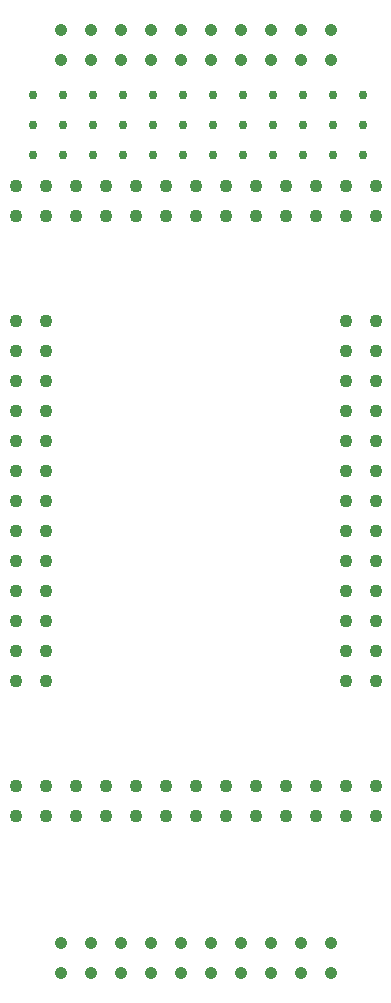
<source format=gbr>
%TF.GenerationSoftware,Altium Limited,Altium Designer,23.4.1 (23)*%
G04 Layer_Color=0*
%FSLAX45Y45*%
%MOMM*%
%TF.SameCoordinates,3C8645F9-427F-4EF9-BD5D-D69B0DC8593D*%
%TF.FilePolarity,Positive*%
%TF.FileFunction,Plated,1,2,PTH,Drill*%
%TF.Part,Single*%
G01*
G75*
%TA.AperFunction,ComponentDrill*%
%ADD41C,1.10000*%
%ADD42C,1.10000*%
%TA.AperFunction,OtherDrill,Pad Free-17 (2.699mm,74.295mm)*%
%ADD43C,0.76200*%
%TA.AperFunction,OtherDrill,Pad Free-17 (10.319mm,74.295mm)*%
%ADD44C,0.76200*%
%TA.AperFunction,OtherDrill,Pad Free-17 (5.239mm,74.295mm)*%
%ADD45C,0.76200*%
%TA.AperFunction,OtherDrill,Pad Free-17 (7.779mm,74.295mm)*%
%ADD46C,0.76200*%
%TA.AperFunction,OtherDrill,Pad Free-17 (12.859mm,74.295mm)*%
%ADD47C,0.76200*%
%TA.AperFunction,OtherDrill,Pad Free-17 (20.479mm,74.295mm)*%
%ADD48C,0.76200*%
%TA.AperFunction,OtherDrill,Pad Free-17 (17.939mm,74.295mm)*%
%ADD49C,0.76200*%
%TA.AperFunction,OtherDrill,Pad Free-17 (15.399mm,74.295mm)*%
%ADD50C,0.76200*%
%TA.AperFunction,OtherDrill,Pad Free-17 (30.639mm,74.295mm)*%
%ADD51C,0.76200*%
%TA.AperFunction,OtherDrill,Pad Free-17 (28.099mm,74.295mm)*%
%ADD52C,0.76200*%
%TA.AperFunction,OtherDrill,Pad Free-17 (23.019mm,74.295mm)*%
%ADD53C,0.76200*%
%TA.AperFunction,OtherDrill,Pad Free-17 (25.559mm,74.295mm)*%
%ADD54C,0.76200*%
%TA.AperFunction,OtherDrill,Pad Free-17 (23.019mm,79.375mm)*%
%ADD55C,0.76200*%
%TA.AperFunction,OtherDrill,Pad Free-17 (23.019mm,76.835mm)*%
%ADD56C,0.76200*%
%TA.AperFunction,OtherDrill,Pad Free-17 (25.559mm,76.835mm)*%
%ADD57C,0.76200*%
%TA.AperFunction,OtherDrill,Pad Free-17 (25.559mm,79.375mm)*%
%ADD58C,0.76200*%
%TA.AperFunction,OtherDrill,Pad Free-17 (30.639mm,79.375mm)*%
%ADD59C,0.76200*%
%TA.AperFunction,OtherDrill,Pad Free-17 (30.639mm,76.835mm)*%
%ADD60C,0.76200*%
%TA.AperFunction,OtherDrill,Pad Free-17 (28.099mm,76.835mm)*%
%ADD61C,0.76200*%
%TA.AperFunction,OtherDrill,Pad Free-17 (28.099mm,79.375mm)*%
%ADD62C,0.76200*%
%TA.AperFunction,OtherDrill,Pad Free-17 (12.859mm,79.375mm)*%
%ADD63C,0.76200*%
%TA.AperFunction,OtherDrill,Pad Free-17 (12.859mm,76.835mm)*%
%ADD64C,0.76200*%
%TA.AperFunction,OtherDrill,Pad Free-17 (15.399mm,76.835mm)*%
%ADD65C,0.76200*%
%TA.AperFunction,OtherDrill,Pad Free-17 (15.399mm,79.375mm)*%
%ADD66C,0.76200*%
%TA.AperFunction,OtherDrill,Pad Free-17 (20.479mm,79.375mm)*%
%ADD67C,0.76200*%
%TA.AperFunction,OtherDrill,Pad Free-17 (20.479mm,76.835mm)*%
%ADD68C,0.76200*%
%TA.AperFunction,OtherDrill,Pad Free-17 (17.939mm,76.835mm)*%
%ADD69C,0.76200*%
%TA.AperFunction,OtherDrill,Pad Free-17 (17.939mm,79.375mm)*%
%ADD70C,0.76200*%
%TA.AperFunction,OtherDrill,Pad Free-17 (7.779mm,79.375mm)*%
%ADD71C,0.76200*%
%TA.AperFunction,OtherDrill,Pad Free-17 (7.779mm,76.835mm)*%
%ADD72C,0.76200*%
%TA.AperFunction,OtherDrill,Pad Free-17 (10.319mm,76.835mm)*%
%ADD73C,0.76200*%
%TA.AperFunction,OtherDrill,Pad Free-17 (10.319mm,79.375mm)*%
%ADD74C,0.76200*%
%TA.AperFunction,OtherDrill,Pad Free-17 (5.239mm,79.375mm)*%
%ADD75C,0.76200*%
%TA.AperFunction,OtherDrill,Pad Free-17 (5.239mm,76.835mm)*%
%ADD76C,0.76200*%
%TA.AperFunction,OtherDrill,Pad Free-17 (2.699mm,76.835mm)*%
%ADD77C,0.76200*%
%TA.AperFunction,OtherDrill,Pad Free-17 (2.699mm,79.375mm)*%
%ADD78C,0.76200*%
%TA.AperFunction,ComponentDrill*%
%ADD79C,1.04000*%
D41*
X381000Y2976000D02*
D03*
X127000D02*
D03*
X381000Y3230000D02*
D03*
X127000D02*
D03*
X381000Y3484000D02*
D03*
X127000D02*
D03*
X381000Y3738000D02*
D03*
X127000D02*
D03*
X381000Y3992000D02*
D03*
X127000D02*
D03*
X381000Y4246000D02*
D03*
X127000D02*
D03*
X381000Y4500000D02*
D03*
X127000D02*
D03*
X381000Y4754000D02*
D03*
X127000D02*
D03*
X381000Y5008000D02*
D03*
X127000D02*
D03*
X381000Y5262000D02*
D03*
X127000D02*
D03*
X381000Y5516000D02*
D03*
X127000D02*
D03*
X381000Y5770000D02*
D03*
X127000D02*
D03*
X381000Y6024000D02*
D03*
X127000D02*
D03*
X3173000Y2976000D02*
D03*
X2919000D02*
D03*
X3173000Y3230000D02*
D03*
X2919000D02*
D03*
X3173000Y3484000D02*
D03*
X2919000D02*
D03*
X3173000Y3738000D02*
D03*
X2919000D02*
D03*
X3173000Y3992000D02*
D03*
X2919000D02*
D03*
X3173000Y4246000D02*
D03*
X2919000D02*
D03*
X3173000Y4500000D02*
D03*
X2919000D02*
D03*
X3173000Y4754000D02*
D03*
X2919000D02*
D03*
X3173000Y5008000D02*
D03*
X2919000D02*
D03*
X3173000Y5262000D02*
D03*
X2919000D02*
D03*
X3173000Y5516000D02*
D03*
X2919000D02*
D03*
X3173000Y5770000D02*
D03*
X2919000D02*
D03*
X3173000Y6024000D02*
D03*
X2919000D02*
D03*
D42*
X126000Y1833000D02*
D03*
Y2087000D02*
D03*
X380000Y1833000D02*
D03*
Y2087000D02*
D03*
X634000Y1833000D02*
D03*
Y2087000D02*
D03*
X888000Y1833000D02*
D03*
Y2087000D02*
D03*
X1142000Y1833000D02*
D03*
Y2087000D02*
D03*
X1396000Y1833000D02*
D03*
Y2087000D02*
D03*
X1650000Y1833000D02*
D03*
Y2087000D02*
D03*
X1904000Y1833000D02*
D03*
Y2087000D02*
D03*
X2158000Y1833000D02*
D03*
Y2087000D02*
D03*
X2412000Y1833000D02*
D03*
Y2087000D02*
D03*
X2666000Y1833000D02*
D03*
Y2087000D02*
D03*
X2920000Y1833000D02*
D03*
Y2087000D02*
D03*
X3174000Y1833000D02*
D03*
Y2087000D02*
D03*
Y7167000D02*
D03*
Y6913000D02*
D03*
X2920000Y7167000D02*
D03*
Y6913000D02*
D03*
X2666000Y7167000D02*
D03*
Y6913000D02*
D03*
X2412000Y7167000D02*
D03*
Y6913000D02*
D03*
X2158000Y7167000D02*
D03*
Y6913000D02*
D03*
X1904000Y7167000D02*
D03*
Y6913000D02*
D03*
X1650000Y7167000D02*
D03*
Y6913000D02*
D03*
X1396000Y7167000D02*
D03*
Y6913000D02*
D03*
X1142000Y7167000D02*
D03*
Y6913000D02*
D03*
X888000Y7167000D02*
D03*
Y6913000D02*
D03*
X634000Y7167000D02*
D03*
Y6913000D02*
D03*
X380000Y7167000D02*
D03*
Y6913000D02*
D03*
X126000Y7167000D02*
D03*
Y6913000D02*
D03*
D43*
X269875Y7429500D02*
D03*
D44*
X1031875D02*
D03*
D45*
X523875D02*
D03*
D46*
X777875D02*
D03*
D47*
X1285875D02*
D03*
D48*
X2047875D02*
D03*
D49*
X1793875D02*
D03*
D50*
X1539875D02*
D03*
D51*
X3063875D02*
D03*
D52*
X2809875D02*
D03*
D53*
X2301875D02*
D03*
D54*
X2555875D02*
D03*
D55*
X2301875Y7937500D02*
D03*
D56*
Y7683500D02*
D03*
D57*
X2555875D02*
D03*
D58*
Y7937500D02*
D03*
D59*
X3063875D02*
D03*
D60*
Y7683500D02*
D03*
D61*
X2809875D02*
D03*
D62*
Y7937500D02*
D03*
D63*
X1285875D02*
D03*
D64*
Y7683500D02*
D03*
D65*
X1539875D02*
D03*
D66*
Y7937500D02*
D03*
D67*
X2047875D02*
D03*
D68*
Y7683500D02*
D03*
D69*
X1793875D02*
D03*
D70*
Y7937500D02*
D03*
D71*
X777875D02*
D03*
D72*
Y7683500D02*
D03*
D73*
X1031875D02*
D03*
D74*
Y7937500D02*
D03*
D75*
X523875D02*
D03*
D76*
Y7683500D02*
D03*
D77*
X269875D02*
D03*
D78*
Y7937500D02*
D03*
D79*
X508000Y8238000D02*
D03*
Y8492000D02*
D03*
X762000Y8238000D02*
D03*
Y8492000D02*
D03*
X1016000Y8238000D02*
D03*
Y8492000D02*
D03*
X1270000Y8238000D02*
D03*
Y8492000D02*
D03*
X1524000Y8238000D02*
D03*
Y8492000D02*
D03*
X1778000Y8238000D02*
D03*
Y8492000D02*
D03*
X2032000Y8238000D02*
D03*
Y8492000D02*
D03*
X2286000Y8238000D02*
D03*
Y8492000D02*
D03*
X2540000Y8238000D02*
D03*
Y8492000D02*
D03*
X2794000Y8238000D02*
D03*
Y8492000D02*
D03*
X508000Y508000D02*
D03*
Y762000D02*
D03*
X762000Y508000D02*
D03*
Y762000D02*
D03*
X1016000Y508000D02*
D03*
Y762000D02*
D03*
X1270000Y508000D02*
D03*
Y762000D02*
D03*
X1524000Y508000D02*
D03*
Y762000D02*
D03*
X1778000Y508000D02*
D03*
Y762000D02*
D03*
X2032000Y508000D02*
D03*
Y762000D02*
D03*
X2286000Y508000D02*
D03*
Y762000D02*
D03*
X2540000Y508000D02*
D03*
Y762000D02*
D03*
X2794000Y508000D02*
D03*
Y762000D02*
D03*
%TF.MD5,fb26ef7d9f5592a9376172f328d2ae34*%
M02*

</source>
